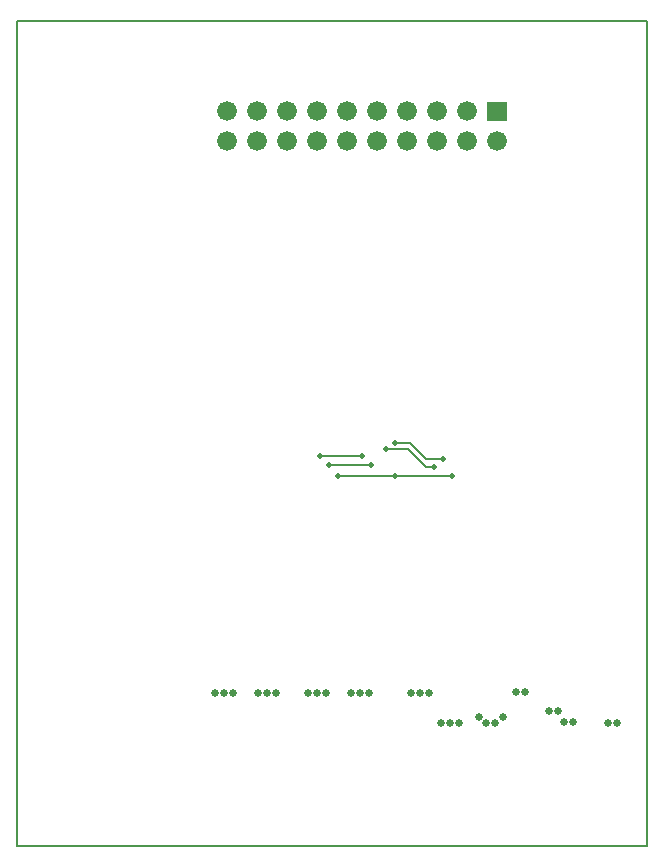
<source format=gbr>
G04 This is an RS-274x file exported by *
G04 gerbv version 2.7.0 *
G04 More information is available about gerbv at *
G04 http://gerbv.geda-project.org/ *
G04 --End of header info--*
%MOIN*%
%FSLAX36Y36*%
%IPPOS*%
G04 --Define apertures--*
%ADD10C,0.0100*%
%ADD11C,0.0060*%
%ADD12C,0.0200*%
%ADD13C,0.0600*%
%ADD14C,0.0001*%
%ADD15C,0.0380*%
%ADD16C,0.0260*%
%ADD17C,0.0660*%
G04 --Start main section--*
G01X0000000Y0000000D02*
G54D11*
G01X1310000Y1395000D02*
G01X1260000Y1395000D01*
G01X1305000Y1375000D02*
G01X1230000Y1375000D01*
G01X1450000Y1285000D02*
G01X1070000Y1285000D01*
G01X1420000Y1340000D02*
G01X1365000Y1340000D01*
G01X1365000Y1340000D02*
G01X1310000Y1395000D01*
G01X1390000Y1315000D02*
G01X1365000Y1315000D01*
G01X1365000Y1315000D02*
G01X1305000Y1375000D01*
G01X1180000Y1320000D02*
G01X1040000Y1320000D01*
G01X1150000Y1350000D02*
G01X1010000Y1350000D01*
G54D12*
G01X1824990Y0465000D03*
G01X1855000Y0465000D03*
G01X1775000Y0500000D03*
G01X1805000Y0500000D03*
G01X1970000Y0460000D03*
G01X2000000Y0460000D03*
G01X1665000Y0565000D03*
G01X1315000Y0560000D03*
G01X1345000Y0560000D03*
G01X1375000Y0560000D03*
G01X1695000Y0565000D03*
G01X1540000Y0480000D03*
G01X1565000Y0460000D03*
G01X1415000Y0460000D03*
G01X1445000Y0460000D03*
G01X1475000Y0460000D03*
G01X1595000Y0460000D03*
G01X1620000Y0480000D03*
G54D13*
G01X1400000Y2500000D03*
G01X1400000Y2400000D03*
G01X1300000Y2500000D03*
G01X1300000Y2400000D03*
G54D14*
G36*
G01X1570000Y2530000D02*
G01X1570000Y2470000D01*
G01X1630000Y2470000D01*
G01X1630000Y2530000D01*
G01X1570000Y2530000D01*
G37*
G54D13*
G01X1600000Y2400000D03*
G01X1500000Y2500000D03*
G01X1500000Y2400000D03*
G01X1200000Y2500000D03*
G01X1200000Y2400000D03*
G01X1100000Y2500000D03*
G01X1000000Y2500000D03*
G01X0900000Y2500000D03*
G01X0800000Y2500000D03*
G01X0700000Y2500000D03*
G01X1100000Y2400000D03*
G01X1000000Y2400000D03*
G01X0900000Y2400000D03*
G01X0800000Y2400000D03*
G01X0700000Y2400000D03*
G54D12*
G01X0720000Y0560000D03*
G01X0690000Y0560000D03*
G01X0660000Y0560000D03*
G01X0865000Y0560000D03*
G01X0835000Y0560000D03*
G01X0805000Y0560000D03*
G01X1030000Y0560000D03*
G01X1175000Y0560000D03*
G01X1145000Y0560000D03*
G01X1115000Y0560000D03*
G01X1000000Y0560000D03*
G01X0970000Y0560000D03*
G01X1070000Y1285000D03*
G01X1260000Y1395000D03*
G01X1230000Y1375000D03*
G01X1420000Y1340000D03*
G01X1390000Y1315000D03*
G01X1260000Y1285000D03*
G01X1450000Y1285000D03*
G01X1180000Y1320000D03*
G01X1040000Y1320000D03*
G01X1010000Y1350000D03*
G01X1150000Y1350000D03*
G01X0000000Y0000000D02*
G54D11*
G01X0000000Y2800000D02*
G01X2100000Y2800000D01*
G01X2100000Y2800000D02*
G01X2100000Y0050000D01*
G01X2100000Y0050000D02*
G01X0000000Y0050000D01*
G01X0000000Y2800000D02*
G01X0000000Y0050000D01*
G01X0000000Y0000000D02*
G54D16*
G01X1824990Y0465000D03*
G01X1855000Y0465000D03*
G01X1775000Y0500000D03*
G01X1805000Y0500000D03*
G01X1970000Y0460000D03*
G01X2000000Y0460000D03*
G01X1665000Y0565000D03*
G01X1315000Y0560000D03*
G01X1345000Y0560000D03*
G01X1375000Y0560000D03*
G01X1695000Y0565000D03*
G01X1540000Y0480000D03*
G01X1565000Y0460000D03*
G01X1415000Y0460000D03*
G01X1445000Y0460000D03*
G01X1475000Y0460000D03*
G01X1595000Y0460000D03*
G01X1620000Y0480000D03*
G54D17*
G01X1400000Y2500000D03*
G01X1400000Y2400000D03*
G01X1300000Y2500000D03*
G01X1300000Y2400000D03*
G54D14*
G36*
G01X1567000Y2533000D02*
G01X1567000Y2467000D01*
G01X1633000Y2467000D01*
G01X1633000Y2533000D01*
G01X1567000Y2533000D01*
G37*
G54D17*
G01X1600000Y2400000D03*
G01X1500000Y2500000D03*
G01X1500000Y2400000D03*
G01X1200000Y2500000D03*
G01X1200000Y2400000D03*
G01X1100000Y2500000D03*
G01X1000000Y2500000D03*
G01X0900000Y2500000D03*
G01X0800000Y2500000D03*
G01X0700000Y2500000D03*
G01X1100000Y2400000D03*
G01X1000000Y2400000D03*
G01X0900000Y2400000D03*
G01X0800000Y2400000D03*
G01X0700000Y2400000D03*
G54D16*
G01X0720000Y0560000D03*
G01X0690000Y0560000D03*
G01X0660000Y0560000D03*
G01X0865000Y0560000D03*
G01X0835000Y0560000D03*
G01X0805000Y0560000D03*
G01X1030000Y0560000D03*
G01X1175000Y0560000D03*
G01X1145000Y0560000D03*
G01X1115000Y0560000D03*
G01X1000000Y0560000D03*
G01X0970000Y0560000D03*
G01X0000000Y0000000D02*
G54D10*
G01X0660000Y0560000D03*
G01X0690000Y0560000D03*
G01X0720000Y0560000D03*
G01X0805000Y0560000D03*
G01X0835000Y0560000D03*
G01X0865000Y0560000D03*
G01X0970000Y0560000D03*
G01X1000000Y0560000D03*
G01X1010000Y1350000D03*
G01X1030000Y0560000D03*
G01X1040000Y1320000D03*
G01X1070000Y1285000D03*
G01X1115000Y0560000D03*
G01X1145000Y0560000D03*
G01X1150000Y1350000D03*
G01X1175000Y0560000D03*
G01X1180000Y1320000D03*
G01X1230000Y1375000D03*
G01X1260000Y1395000D03*
G01X1260000Y1285000D03*
G01X1315000Y0560000D03*
G01X1345000Y0560000D03*
G01X1375000Y0560000D03*
G01X1390000Y1315000D03*
G01X1415000Y0460000D03*
G01X1420000Y1340000D03*
G01X1445000Y0460000D03*
G01X1450000Y1285000D03*
G01X1475000Y0460000D03*
G01X1540000Y0480000D03*
G01X1565000Y0460000D03*
G01X1595000Y0460000D03*
G01X1620000Y0480000D03*
G01X1665000Y0565000D03*
G01X1695000Y0565000D03*
G01X1775000Y0500000D03*
G01X1805000Y0500000D03*
G01X1825000Y0465000D03*
G01X1855000Y0465000D03*
G01X1970000Y0460000D03*
G01X2000000Y0460000D03*
G54D15*
G01X0700000Y2500000D03*
G01X0700000Y2400000D03*
G01X0800000Y2500000D03*
G01X0800000Y2400000D03*
G01X0900000Y2500000D03*
G01X0900000Y2400000D03*
G01X1000000Y2500000D03*
G01X1000000Y2400000D03*
G01X1100000Y2500000D03*
G01X1100000Y2400000D03*
G01X1200000Y2500000D03*
G01X1200000Y2400000D03*
G01X1300000Y2500000D03*
G01X1300000Y2400000D03*
G01X1400000Y2500000D03*
G01X1400000Y2400000D03*
G01X1500000Y2500000D03*
G01X1500000Y2400000D03*
G01X1600000Y2500000D03*
G01X1600000Y2400000D03*
M02*

</source>
